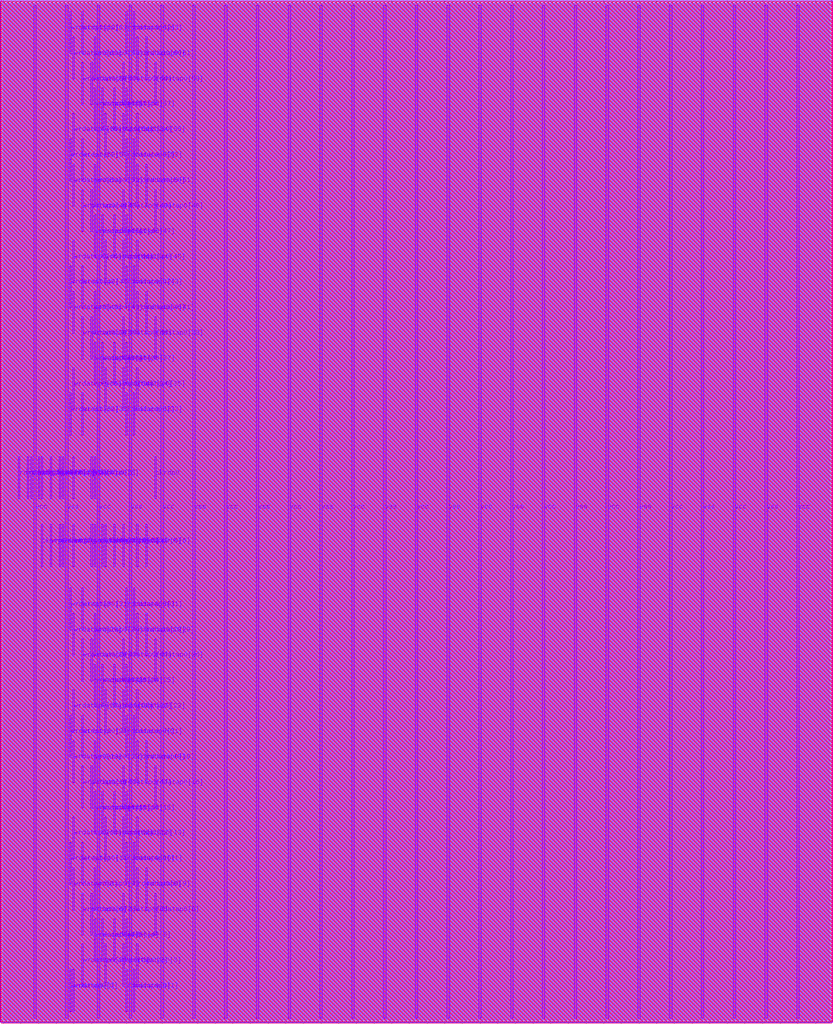
<source format=lef>
VERSION 5.8 ;
BUSBITCHARS "[]" ;
DIVIDERCHAR "/" ;

UNITS
  DATABASE MICRONS 4000 ;
END UNITS

MANUFACTURINGGRID 0.0005 ;

MACRO arf062b128e1r1w0cbbehsaa4acw
  CLASS BLOCK ;
  ORIGIN 0 0 ;
  FOREIGN arf062b128e1r1w0cbbehsaa4acw 0 0 ;
  SIZE 23.4 BY 28.8 ;
  PIN ckrdp0
    DIRECTION INPUT ;
    USE SIGNAL ;
    PORT
      LAYER m7 ;
        RECT 4.284 14.76 4.328 15.96 ;
    END
  END ckrdp0
  PIN ckwrp0
    DIRECTION INPUT ;
    USE SIGNAL ;
    PORT
      LAYER m7 ;
        RECT 1.072 12.84 1.116 14.04 ;
    END
  END ckwrp0
  PIN rdaddrp0[0]
    DIRECTION INPUT ;
    USE SIGNAL ;
    PORT
      LAYER m7 ;
        RECT 1.072 14.76 1.116 15.96 ;
    END
  END rdaddrp0[0]
  PIN rdaddrp0[1]
    DIRECTION INPUT ;
    USE SIGNAL ;
    PORT
      LAYER m7 ;
        RECT 1.328 14.76 1.372 15.96 ;
    END
  END rdaddrp0[1]
  PIN rdaddrp0[2]
    DIRECTION INPUT ;
    USE SIGNAL ;
    PORT
      LAYER m7 ;
        RECT 1.584 14.76 1.628 15.96 ;
    END
  END rdaddrp0[2]
  PIN rdaddrp0[3]
    DIRECTION INPUT ;
    USE SIGNAL ;
    PORT
      LAYER m7 ;
        RECT 1.672 14.76 1.716 15.96 ;
    END
  END rdaddrp0[3]
  PIN rdaddrp0[4]
    DIRECTION INPUT ;
    USE SIGNAL ;
    PORT
      LAYER m7 ;
        RECT 1.972 14.76 2.016 15.96 ;
    END
  END rdaddrp0[4]
  PIN rdaddrp0[5]
    DIRECTION INPUT ;
    USE SIGNAL ;
    PORT
      LAYER m7 ;
        RECT 2.484 14.76 2.528 15.96 ;
    END
  END rdaddrp0[5]
  PIN rdaddrp0[6]
    DIRECTION INPUT ;
    USE SIGNAL ;
    PORT
      LAYER m7 ;
        RECT 2.572 14.76 2.616 15.96 ;
    END
  END rdaddrp0[6]
  PIN rdaddrp0_fd
    DIRECTION INPUT ;
    USE SIGNAL ;
    PORT
      LAYER m7 ;
        RECT 0.428 14.76 0.472 15.96 ;
    END
  END rdaddrp0_fd
  PIN rdaddrp0_rd
    DIRECTION INPUT ;
    USE SIGNAL ;
    PORT
      LAYER m7 ;
        RECT 0.684 14.76 0.728 15.96 ;
    END
  END rdaddrp0_rd
  PIN rddatap0[0]
    DIRECTION OUTPUT ;
    USE SIGNAL ;
    PORT
      LAYER m7 ;
        RECT 3.472 0.24 3.516 1.44 ;
    END
  END rddatap0[0]
  PIN rddatap0[10]
    DIRECTION OUTPUT ;
    USE SIGNAL ;
    PORT
      LAYER m7 ;
        RECT 3.472 3.84 3.516 5.04 ;
    END
  END rddatap0[10]
  PIN rddatap0[11]
    DIRECTION OUTPUT ;
    USE SIGNAL ;
    PORT
      LAYER m7 ;
        RECT 3.684 3.84 3.728 5.04 ;
    END
  END rddatap0[11]
  PIN rddatap0[12]
    DIRECTION OUTPUT ;
    USE SIGNAL ;
    PORT
      LAYER m7 ;
        RECT 3.384 4.56 3.428 5.76 ;
    END
  END rddatap0[12]
  PIN rddatap0[13]
    DIRECTION OUTPUT ;
    USE SIGNAL ;
    PORT
      LAYER m7 ;
        RECT 3.772 4.56 3.816 5.76 ;
    END
  END rddatap0[13]
  PIN rddatap0[14]
    DIRECTION OUTPUT ;
    USE SIGNAL ;
    PORT
      LAYER m7 ;
        RECT 3.128 5.28 3.172 6.48 ;
    END
  END rddatap0[14]
  PIN rddatap0[15]
    DIRECTION OUTPUT ;
    USE SIGNAL ;
    PORT
      LAYER m7 ;
        RECT 3.472 5.28 3.516 6.48 ;
    END
  END rddatap0[15]
  PIN rddatap0[16]
    DIRECTION OUTPUT ;
    USE SIGNAL ;
    PORT
      LAYER m7 ;
        RECT 4.284 6 4.328 7.2 ;
    END
  END rddatap0[16]
  PIN rddatap0[17]
    DIRECTION OUTPUT ;
    USE SIGNAL ;
    PORT
      LAYER m7 ;
        RECT 3.384 6 3.428 7.2 ;
    END
  END rddatap0[17]
  PIN rddatap0[18]
    DIRECTION OUTPUT ;
    USE SIGNAL ;
    PORT
      LAYER m7 ;
        RECT 3.772 6.72 3.816 7.92 ;
    END
  END rddatap0[18]
  PIN rddatap0[19]
    DIRECTION OUTPUT ;
    USE SIGNAL ;
    PORT
      LAYER m7 ;
        RECT 4.028 6.72 4.072 7.92 ;
    END
  END rddatap0[19]
  PIN rddatap0[1]
    DIRECTION OUTPUT ;
    USE SIGNAL ;
    PORT
      LAYER m7 ;
        RECT 3.684 0.24 3.728 1.44 ;
    END
  END rddatap0[1]
  PIN rddatap0[20]
    DIRECTION OUTPUT ;
    USE SIGNAL ;
    PORT
      LAYER m7 ;
        RECT 3.472 7.44 3.516 8.64 ;
    END
  END rddatap0[20]
  PIN rddatap0[21]
    DIRECTION OUTPUT ;
    USE SIGNAL ;
    PORT
      LAYER m7 ;
        RECT 3.684 7.44 3.728 8.64 ;
    END
  END rddatap0[21]
  PIN rddatap0[22]
    DIRECTION OUTPUT ;
    USE SIGNAL ;
    PORT
      LAYER m7 ;
        RECT 3.384 8.16 3.428 9.36 ;
    END
  END rddatap0[22]
  PIN rddatap0[23]
    DIRECTION OUTPUT ;
    USE SIGNAL ;
    PORT
      LAYER m7 ;
        RECT 3.772 8.16 3.816 9.36 ;
    END
  END rddatap0[23]
  PIN rddatap0[24]
    DIRECTION OUTPUT ;
    USE SIGNAL ;
    PORT
      LAYER m7 ;
        RECT 3.128 8.88 3.172 10.08 ;
    END
  END rddatap0[24]
  PIN rddatap0[25]
    DIRECTION OUTPUT ;
    USE SIGNAL ;
    PORT
      LAYER m7 ;
        RECT 3.472 8.88 3.516 10.08 ;
    END
  END rddatap0[25]
  PIN rddatap0[26]
    DIRECTION OUTPUT ;
    USE SIGNAL ;
    PORT
      LAYER m7 ;
        RECT 4.284 9.6 4.328 10.8 ;
    END
  END rddatap0[26]
  PIN rddatap0[27]
    DIRECTION OUTPUT ;
    USE SIGNAL ;
    PORT
      LAYER m7 ;
        RECT 3.384 9.6 3.428 10.8 ;
    END
  END rddatap0[27]
  PIN rddatap0[28]
    DIRECTION OUTPUT ;
    USE SIGNAL ;
    PORT
      LAYER m7 ;
        RECT 3.772 10.32 3.816 11.52 ;
    END
  END rddatap0[28]
  PIN rddatap0[29]
    DIRECTION OUTPUT ;
    USE SIGNAL ;
    PORT
      LAYER m7 ;
        RECT 4.028 10.32 4.072 11.52 ;
    END
  END rddatap0[29]
  PIN rddatap0[2]
    DIRECTION OUTPUT ;
    USE SIGNAL ;
    PORT
      LAYER m7 ;
        RECT 3.384 0.96 3.428 2.16 ;
    END
  END rddatap0[2]
  PIN rddatap0[30]
    DIRECTION OUTPUT ;
    USE SIGNAL ;
    PORT
      LAYER m7 ;
        RECT 3.472 11.04 3.516 12.24 ;
    END
  END rddatap0[30]
  PIN rddatap0[31]
    DIRECTION OUTPUT ;
    USE SIGNAL ;
    PORT
      LAYER m7 ;
        RECT 3.684 11.04 3.728 12.24 ;
    END
  END rddatap0[31]
  PIN rddatap0[32]
    DIRECTION OUTPUT ;
    USE SIGNAL ;
    PORT
      LAYER m7 ;
        RECT 3.472 16.56 3.516 17.76 ;
    END
  END rddatap0[32]
  PIN rddatap0[33]
    DIRECTION OUTPUT ;
    USE SIGNAL ;
    PORT
      LAYER m7 ;
        RECT 3.684 16.56 3.728 17.76 ;
    END
  END rddatap0[33]
  PIN rddatap0[34]
    DIRECTION OUTPUT ;
    USE SIGNAL ;
    PORT
      LAYER m7 ;
        RECT 3.384 17.28 3.428 18.48 ;
    END
  END rddatap0[34]
  PIN rddatap0[35]
    DIRECTION OUTPUT ;
    USE SIGNAL ;
    PORT
      LAYER m7 ;
        RECT 3.772 17.28 3.816 18.48 ;
    END
  END rddatap0[35]
  PIN rddatap0[36]
    DIRECTION OUTPUT ;
    USE SIGNAL ;
    PORT
      LAYER m7 ;
        RECT 3.128 18 3.172 19.2 ;
    END
  END rddatap0[36]
  PIN rddatap0[37]
    DIRECTION OUTPUT ;
    USE SIGNAL ;
    PORT
      LAYER m7 ;
        RECT 3.472 18 3.516 19.2 ;
    END
  END rddatap0[37]
  PIN rddatap0[38]
    DIRECTION OUTPUT ;
    USE SIGNAL ;
    PORT
      LAYER m7 ;
        RECT 4.284 18.72 4.328 19.92 ;
    END
  END rddatap0[38]
  PIN rddatap0[39]
    DIRECTION OUTPUT ;
    USE SIGNAL ;
    PORT
      LAYER m7 ;
        RECT 3.384 18.72 3.428 19.92 ;
    END
  END rddatap0[39]
  PIN rddatap0[3]
    DIRECTION OUTPUT ;
    USE SIGNAL ;
    PORT
      LAYER m7 ;
        RECT 3.772 0.96 3.816 2.16 ;
    END
  END rddatap0[3]
  PIN rddatap0[40]
    DIRECTION OUTPUT ;
    USE SIGNAL ;
    PORT
      LAYER m7 ;
        RECT 3.772 19.44 3.816 20.64 ;
    END
  END rddatap0[40]
  PIN rddatap0[41]
    DIRECTION OUTPUT ;
    USE SIGNAL ;
    PORT
      LAYER m7 ;
        RECT 4.028 19.44 4.072 20.64 ;
    END
  END rddatap0[41]
  PIN rddatap0[42]
    DIRECTION OUTPUT ;
    USE SIGNAL ;
    PORT
      LAYER m7 ;
        RECT 3.472 20.16 3.516 21.36 ;
    END
  END rddatap0[42]
  PIN rddatap0[43]
    DIRECTION OUTPUT ;
    USE SIGNAL ;
    PORT
      LAYER m7 ;
        RECT 3.684 20.16 3.728 21.36 ;
    END
  END rddatap0[43]
  PIN rddatap0[44]
    DIRECTION OUTPUT ;
    USE SIGNAL ;
    PORT
      LAYER m7 ;
        RECT 3.384 20.88 3.428 22.08 ;
    END
  END rddatap0[44]
  PIN rddatap0[45]
    DIRECTION OUTPUT ;
    USE SIGNAL ;
    PORT
      LAYER m7 ;
        RECT 3.772 20.88 3.816 22.08 ;
    END
  END rddatap0[45]
  PIN rddatap0[46]
    DIRECTION OUTPUT ;
    USE SIGNAL ;
    PORT
      LAYER m7 ;
        RECT 3.128 21.6 3.172 22.8 ;
    END
  END rddatap0[46]
  PIN rddatap0[47]
    DIRECTION OUTPUT ;
    USE SIGNAL ;
    PORT
      LAYER m7 ;
        RECT 3.472 21.6 3.516 22.8 ;
    END
  END rddatap0[47]
  PIN rddatap0[48]
    DIRECTION OUTPUT ;
    USE SIGNAL ;
    PORT
      LAYER m7 ;
        RECT 4.284 22.32 4.328 23.52 ;
    END
  END rddatap0[48]
  PIN rddatap0[49]
    DIRECTION OUTPUT ;
    USE SIGNAL ;
    PORT
      LAYER m7 ;
        RECT 3.384 22.32 3.428 23.52 ;
    END
  END rddatap0[49]
  PIN rddatap0[4]
    DIRECTION OUTPUT ;
    USE SIGNAL ;
    PORT
      LAYER m7 ;
        RECT 3.128 1.68 3.172 2.88 ;
    END
  END rddatap0[4]
  PIN rddatap0[50]
    DIRECTION OUTPUT ;
    USE SIGNAL ;
    PORT
      LAYER m7 ;
        RECT 3.772 23.04 3.816 24.24 ;
    END
  END rddatap0[50]
  PIN rddatap0[51]
    DIRECTION OUTPUT ;
    USE SIGNAL ;
    PORT
      LAYER m7 ;
        RECT 4.028 23.04 4.072 24.24 ;
    END
  END rddatap0[51]
  PIN rddatap0[52]
    DIRECTION OUTPUT ;
    USE SIGNAL ;
    PORT
      LAYER m7 ;
        RECT 3.472 23.76 3.516 24.96 ;
    END
  END rddatap0[52]
  PIN rddatap0[53]
    DIRECTION OUTPUT ;
    USE SIGNAL ;
    PORT
      LAYER m7 ;
        RECT 3.684 23.76 3.728 24.96 ;
    END
  END rddatap0[53]
  PIN rddatap0[54]
    DIRECTION OUTPUT ;
    USE SIGNAL ;
    PORT
      LAYER m7 ;
        RECT 3.384 24.48 3.428 25.68 ;
    END
  END rddatap0[54]
  PIN rddatap0[55]
    DIRECTION OUTPUT ;
    USE SIGNAL ;
    PORT
      LAYER m7 ;
        RECT 3.772 24.48 3.816 25.68 ;
    END
  END rddatap0[55]
  PIN rddatap0[56]
    DIRECTION OUTPUT ;
    USE SIGNAL ;
    PORT
      LAYER m7 ;
        RECT 3.128 25.2 3.172 26.4 ;
    END
  END rddatap0[56]
  PIN rddatap0[57]
    DIRECTION OUTPUT ;
    USE SIGNAL ;
    PORT
      LAYER m7 ;
        RECT 3.472 25.2 3.516 26.4 ;
    END
  END rddatap0[57]
  PIN rddatap0[58]
    DIRECTION OUTPUT ;
    USE SIGNAL ;
    PORT
      LAYER m7 ;
        RECT 4.284 25.92 4.328 27.12 ;
    END
  END rddatap0[58]
  PIN rddatap0[59]
    DIRECTION OUTPUT ;
    USE SIGNAL ;
    PORT
      LAYER m7 ;
        RECT 3.384 25.92 3.428 27.12 ;
    END
  END rddatap0[59]
  PIN rddatap0[5]
    DIRECTION OUTPUT ;
    USE SIGNAL ;
    PORT
      LAYER m7 ;
        RECT 3.472 1.68 3.516 2.88 ;
    END
  END rddatap0[5]
  PIN rddatap0[60]
    DIRECTION OUTPUT ;
    USE SIGNAL ;
    PORT
      LAYER m7 ;
        RECT 3.772 26.64 3.816 27.84 ;
    END
  END rddatap0[60]
  PIN rddatap0[61]
    DIRECTION OUTPUT ;
    USE SIGNAL ;
    PORT
      LAYER m7 ;
        RECT 4.028 26.64 4.072 27.84 ;
    END
  END rddatap0[61]
  PIN rddatap0[62]
    DIRECTION OUTPUT ;
    USE SIGNAL ;
    PORT
      LAYER m7 ;
        RECT 3.472 27.36 3.516 28.56 ;
    END
  END rddatap0[62]
  PIN rddatap0[63]
    DIRECTION OUTPUT ;
    USE SIGNAL ;
    PORT
      LAYER m7 ;
        RECT 3.684 27.36 3.728 28.56 ;
    END
  END rddatap0[63]
  PIN rddatap0[6]
    DIRECTION OUTPUT ;
    USE SIGNAL ;
    PORT
      LAYER m7 ;
        RECT 4.284 2.4 4.328 3.6 ;
    END
  END rddatap0[6]
  PIN rddatap0[7]
    DIRECTION OUTPUT ;
    USE SIGNAL ;
    PORT
      LAYER m7 ;
        RECT 3.384 2.4 3.428 3.6 ;
    END
  END rddatap0[7]
  PIN rddatap0[8]
    DIRECTION OUTPUT ;
    USE SIGNAL ;
    PORT
      LAYER m7 ;
        RECT 3.772 3.12 3.816 4.32 ;
    END
  END rddatap0[8]
  PIN rddatap0[9]
    DIRECTION OUTPUT ;
    USE SIGNAL ;
    PORT
      LAYER m7 ;
        RECT 4.028 3.12 4.072 4.32 ;
    END
  END rddatap0[9]
  PIN rdenp0
    DIRECTION INPUT ;
    USE SIGNAL ;
    PORT
      LAYER m7 ;
        RECT 0.772 14.76 0.816 15.96 ;
    END
  END rdenp0
  PIN sdl_initp0
    DIRECTION INPUT ;
    USE SIGNAL ;
    PORT
      LAYER m7 ;
        RECT 0.984 14.76 1.028 15.96 ;
    END
  END sdl_initp0
  PIN vcc
    DIRECTION INPUT ;
    USE POWER ;
    PORT
      LAYER m7 ;
        RECT 22.462 0.06 22.538 28.74 ;
    END
    PORT
      LAYER m7 ;
        RECT 20.662 0.06 20.738 28.74 ;
    END
    PORT
      LAYER m7 ;
        RECT 18.862 0.06 18.938 28.74 ;
    END
    PORT
      LAYER m7 ;
        RECT 17.062 0.06 17.138 28.74 ;
    END
    PORT
      LAYER m7 ;
        RECT 15.262 0.06 15.338 28.74 ;
    END
    PORT
      LAYER m7 ;
        RECT 13.462 0.06 13.538 28.74 ;
    END
    PORT
      LAYER m7 ;
        RECT 11.662 0.06 11.738 28.74 ;
    END
    PORT
      LAYER m7 ;
        RECT 9.862 0.06 9.938 28.74 ;
    END
    PORT
      LAYER m7 ;
        RECT 8.062 0.06 8.138 28.74 ;
    END
    PORT
      LAYER m7 ;
        RECT 6.262 0.06 6.338 28.74 ;
    END
    PORT
      LAYER m7 ;
        RECT 4.462 0.06 4.538 28.74 ;
    END
    PORT
      LAYER m7 ;
        RECT 2.662 0.06 2.738 28.74 ;
    END
    PORT
      LAYER m7 ;
        RECT 0.862 0.06 0.938 28.74 ;
    END
  END vcc
  PIN vss
    DIRECTION INOUT ;
    USE GROUND ;
    PORT
      LAYER m7 ;
        RECT 21.562 0.06 21.638 28.74 ;
    END
    PORT
      LAYER m7 ;
        RECT 19.762 0.06 19.838 28.74 ;
    END
    PORT
      LAYER m7 ;
        RECT 17.962 0.06 18.038 28.74 ;
    END
    PORT
      LAYER m7 ;
        RECT 16.162 0.06 16.238 28.74 ;
    END
    PORT
      LAYER m7 ;
        RECT 14.362 0.06 14.438 28.74 ;
    END
    PORT
      LAYER m7 ;
        RECT 12.562 0.06 12.638 28.74 ;
    END
    PORT
      LAYER m7 ;
        RECT 10.762 0.06 10.838 28.74 ;
    END
    PORT
      LAYER m7 ;
        RECT 8.962 0.06 9.038 28.74 ;
    END
    PORT
      LAYER m7 ;
        RECT 7.162 0.06 7.238 28.74 ;
    END
    PORT
      LAYER m7 ;
        RECT 5.362 0.06 5.438 28.74 ;
    END
    PORT
      LAYER m7 ;
        RECT 3.562 0.06 3.638 28.74 ;
    END
    PORT
      LAYER m7 ;
        RECT 1.762 0.06 1.838 28.74 ;
    END
  END vss
  PIN wraddrp0[0]
    DIRECTION INPUT ;
    USE SIGNAL ;
    PORT
      LAYER m7 ;
        RECT 2.572 12.84 2.616 14.04 ;
    END
  END wraddrp0[0]
  PIN wraddrp0[1]
    DIRECTION INPUT ;
    USE SIGNAL ;
    PORT
      LAYER m7 ;
        RECT 2.784 12.84 2.828 14.04 ;
    END
  END wraddrp0[1]
  PIN wraddrp0[2]
    DIRECTION INPUT ;
    USE SIGNAL ;
    PORT
      LAYER m7 ;
        RECT 2.872 12.84 2.916 14.04 ;
    END
  END wraddrp0[2]
  PIN wraddrp0[3]
    DIRECTION INPUT ;
    USE SIGNAL ;
    PORT
      LAYER m7 ;
        RECT 3.128 12.84 3.172 14.04 ;
    END
  END wraddrp0[3]
  PIN wraddrp0[4]
    DIRECTION INPUT ;
    USE SIGNAL ;
    PORT
      LAYER m7 ;
        RECT 3.384 12.84 3.428 14.04 ;
    END
  END wraddrp0[4]
  PIN wraddrp0[5]
    DIRECTION INPUT ;
    USE SIGNAL ;
    PORT
      LAYER m7 ;
        RECT 3.772 12.84 3.816 14.04 ;
    END
  END wraddrp0[5]
  PIN wraddrp0[6]
    DIRECTION INPUT ;
    USE SIGNAL ;
    PORT
      LAYER m7 ;
        RECT 4.028 12.84 4.072 14.04 ;
    END
  END wraddrp0[6]
  PIN wraddrp0_fd
    DIRECTION INPUT ;
    USE SIGNAL ;
    PORT
      LAYER m7 ;
        RECT 1.328 12.84 1.372 14.04 ;
    END
  END wraddrp0_fd
  PIN wraddrp0_rd
    DIRECTION INPUT ;
    USE SIGNAL ;
    PORT
      LAYER m7 ;
        RECT 1.584 12.84 1.628 14.04 ;
    END
  END wraddrp0_rd
  PIN wrdatap0[0]
    DIRECTION INPUT ;
    USE SIGNAL ;
    PORT
      LAYER m7 ;
        RECT 1.884 0.24 1.928 1.44 ;
    END
  END wrdatap0[0]
  PIN wrdatap0[10]
    DIRECTION INPUT ;
    USE SIGNAL ;
    PORT
      LAYER m7 ;
        RECT 1.884 3.84 1.928 5.04 ;
    END
  END wrdatap0[10]
  PIN wrdatap0[11]
    DIRECTION INPUT ;
    USE SIGNAL ;
    PORT
      LAYER m7 ;
        RECT 2.228 3.84 2.272 5.04 ;
    END
  END wrdatap0[11]
  PIN wrdatap0[12]
    DIRECTION INPUT ;
    USE SIGNAL ;
    PORT
      LAYER m7 ;
        RECT 2.872 4.56 2.916 5.76 ;
    END
  END wrdatap0[12]
  PIN wrdatap0[13]
    DIRECTION INPUT ;
    USE SIGNAL ;
    PORT
      LAYER m7 ;
        RECT 1.972 4.56 2.016 5.76 ;
    END
  END wrdatap0[13]
  PIN wrdatap0[14]
    DIRECTION INPUT ;
    USE SIGNAL ;
    PORT
      LAYER m7 ;
        RECT 2.572 5.28 2.616 6.48 ;
    END
  END wrdatap0[14]
  PIN wrdatap0[15]
    DIRECTION INPUT ;
    USE SIGNAL ;
    PORT
      LAYER m7 ;
        RECT 2.784 5.28 2.828 6.48 ;
    END
  END wrdatap0[15]
  PIN wrdatap0[16]
    DIRECTION INPUT ;
    USE SIGNAL ;
    PORT
      LAYER m7 ;
        RECT 2.228 6 2.272 7.2 ;
    END
  END wrdatap0[16]
  PIN wrdatap0[17]
    DIRECTION INPUT ;
    USE SIGNAL ;
    PORT
      LAYER m7 ;
        RECT 2.484 6 2.528 7.2 ;
    END
  END wrdatap0[17]
  PIN wrdatap0[18]
    DIRECTION INPUT ;
    USE SIGNAL ;
    PORT
      LAYER m7 ;
        RECT 1.972 6.72 2.016 7.92 ;
    END
  END wrdatap0[18]
  PIN wrdatap0[19]
    DIRECTION INPUT ;
    USE SIGNAL ;
    PORT
      LAYER m7 ;
        RECT 2.572 6.72 2.616 7.92 ;
    END
  END wrdatap0[19]
  PIN wrdatap0[1]
    DIRECTION INPUT ;
    USE SIGNAL ;
    PORT
      LAYER m7 ;
        RECT 1.972 0.24 2.016 1.44 ;
    END
  END wrdatap0[1]
  PIN wrdatap0[20]
    DIRECTION INPUT ;
    USE SIGNAL ;
    PORT
      LAYER m7 ;
        RECT 1.884 7.44 1.928 8.64 ;
    END
  END wrdatap0[20]
  PIN wrdatap0[21]
    DIRECTION INPUT ;
    USE SIGNAL ;
    PORT
      LAYER m7 ;
        RECT 2.228 7.44 2.272 8.64 ;
    END
  END wrdatap0[21]
  PIN wrdatap0[22]
    DIRECTION INPUT ;
    USE SIGNAL ;
    PORT
      LAYER m7 ;
        RECT 2.872 8.16 2.916 9.36 ;
    END
  END wrdatap0[22]
  PIN wrdatap0[23]
    DIRECTION INPUT ;
    USE SIGNAL ;
    PORT
      LAYER m7 ;
        RECT 1.972 8.16 2.016 9.36 ;
    END
  END wrdatap0[23]
  PIN wrdatap0[24]
    DIRECTION INPUT ;
    USE SIGNAL ;
    PORT
      LAYER m7 ;
        RECT 2.572 8.88 2.616 10.08 ;
    END
  END wrdatap0[24]
  PIN wrdatap0[25]
    DIRECTION INPUT ;
    USE SIGNAL ;
    PORT
      LAYER m7 ;
        RECT 2.784 8.88 2.828 10.08 ;
    END
  END wrdatap0[25]
  PIN wrdatap0[26]
    DIRECTION INPUT ;
    USE SIGNAL ;
    PORT
      LAYER m7 ;
        RECT 2.228 9.6 2.272 10.8 ;
    END
  END wrdatap0[26]
  PIN wrdatap0[27]
    DIRECTION INPUT ;
    USE SIGNAL ;
    PORT
      LAYER m7 ;
        RECT 2.484 9.6 2.528 10.8 ;
    END
  END wrdatap0[27]
  PIN wrdatap0[28]
    DIRECTION INPUT ;
    USE SIGNAL ;
    PORT
      LAYER m7 ;
        RECT 1.972 10.32 2.016 11.52 ;
    END
  END wrdatap0[28]
  PIN wrdatap0[29]
    DIRECTION INPUT ;
    USE SIGNAL ;
    PORT
      LAYER m7 ;
        RECT 2.572 10.32 2.616 11.52 ;
    END
  END wrdatap0[29]
  PIN wrdatap0[2]
    DIRECTION INPUT ;
    USE SIGNAL ;
    PORT
      LAYER m7 ;
        RECT 2.872 0.96 2.916 2.16 ;
    END
  END wrdatap0[2]
  PIN wrdatap0[30]
    DIRECTION INPUT ;
    USE SIGNAL ;
    PORT
      LAYER m7 ;
        RECT 1.884 11.04 1.928 12.24 ;
    END
  END wrdatap0[30]
  PIN wrdatap0[31]
    DIRECTION INPUT ;
    USE SIGNAL ;
    PORT
      LAYER m7 ;
        RECT 2.228 11.04 2.272 12.24 ;
    END
  END wrdatap0[31]
  PIN wrdatap0[32]
    DIRECTION INPUT ;
    USE SIGNAL ;
    PORT
      LAYER m7 ;
        RECT 1.884 16.56 1.928 17.76 ;
    END
  END wrdatap0[32]
  PIN wrdatap0[33]
    DIRECTION INPUT ;
    USE SIGNAL ;
    PORT
      LAYER m7 ;
        RECT 2.228 16.56 2.272 17.76 ;
    END
  END wrdatap0[33]
  PIN wrdatap0[34]
    DIRECTION INPUT ;
    USE SIGNAL ;
    PORT
      LAYER m7 ;
        RECT 2.872 17.28 2.916 18.48 ;
    END
  END wrdatap0[34]
  PIN wrdatap0[35]
    DIRECTION INPUT ;
    USE SIGNAL ;
    PORT
      LAYER m7 ;
        RECT 1.972 17.28 2.016 18.48 ;
    END
  END wrdatap0[35]
  PIN wrdatap0[36]
    DIRECTION INPUT ;
    USE SIGNAL ;
    PORT
      LAYER m7 ;
        RECT 2.572 18 2.616 19.2 ;
    END
  END wrdatap0[36]
  PIN wrdatap0[37]
    DIRECTION INPUT ;
    USE SIGNAL ;
    PORT
      LAYER m7 ;
        RECT 2.784 18 2.828 19.2 ;
    END
  END wrdatap0[37]
  PIN wrdatap0[38]
    DIRECTION INPUT ;
    USE SIGNAL ;
    PORT
      LAYER m7 ;
        RECT 2.228 18.72 2.272 19.92 ;
    END
  END wrdatap0[38]
  PIN wrdatap0[39]
    DIRECTION INPUT ;
    USE SIGNAL ;
    PORT
      LAYER m7 ;
        RECT 2.484 18.72 2.528 19.92 ;
    END
  END wrdatap0[39]
  PIN wrdatap0[3]
    DIRECTION INPUT ;
    USE SIGNAL ;
    PORT
      LAYER m7 ;
        RECT 2.228 0.96 2.272 2.16 ;
    END
  END wrdatap0[3]
  PIN wrdatap0[40]
    DIRECTION INPUT ;
    USE SIGNAL ;
    PORT
      LAYER m7 ;
        RECT 1.972 19.44 2.016 20.64 ;
    END
  END wrdatap0[40]
  PIN wrdatap0[41]
    DIRECTION INPUT ;
    USE SIGNAL ;
    PORT
      LAYER m7 ;
        RECT 2.572 19.44 2.616 20.64 ;
    END
  END wrdatap0[41]
  PIN wrdatap0[42]
    DIRECTION INPUT ;
    USE SIGNAL ;
    PORT
      LAYER m7 ;
        RECT 1.884 20.16 1.928 21.36 ;
    END
  END wrdatap0[42]
  PIN wrdatap0[43]
    DIRECTION INPUT ;
    USE SIGNAL ;
    PORT
      LAYER m7 ;
        RECT 2.228 20.16 2.272 21.36 ;
    END
  END wrdatap0[43]
  PIN wrdatap0[44]
    DIRECTION INPUT ;
    USE SIGNAL ;
    PORT
      LAYER m7 ;
        RECT 2.872 20.88 2.916 22.08 ;
    END
  END wrdatap0[44]
  PIN wrdatap0[45]
    DIRECTION INPUT ;
    USE SIGNAL ;
    PORT
      LAYER m7 ;
        RECT 1.972 20.88 2.016 22.08 ;
    END
  END wrdatap0[45]
  PIN wrdatap0[46]
    DIRECTION INPUT ;
    USE SIGNAL ;
    PORT
      LAYER m7 ;
        RECT 2.572 21.6 2.616 22.8 ;
    END
  END wrdatap0[46]
  PIN wrdatap0[47]
    DIRECTION INPUT ;
    USE SIGNAL ;
    PORT
      LAYER m7 ;
        RECT 2.784 21.6 2.828 22.8 ;
    END
  END wrdatap0[47]
  PIN wrdatap0[48]
    DIRECTION INPUT ;
    USE SIGNAL ;
    PORT
      LAYER m7 ;
        RECT 2.228 22.32 2.272 23.52 ;
    END
  END wrdatap0[48]
  PIN wrdatap0[49]
    DIRECTION INPUT ;
    USE SIGNAL ;
    PORT
      LAYER m7 ;
        RECT 2.484 22.32 2.528 23.52 ;
    END
  END wrdatap0[49]
  PIN wrdatap0[4]
    DIRECTION INPUT ;
    USE SIGNAL ;
    PORT
      LAYER m7 ;
        RECT 2.572 1.68 2.616 2.88 ;
    END
  END wrdatap0[4]
  PIN wrdatap0[50]
    DIRECTION INPUT ;
    USE SIGNAL ;
    PORT
      LAYER m7 ;
        RECT 1.972 23.04 2.016 24.24 ;
    END
  END wrdatap0[50]
  PIN wrdatap0[51]
    DIRECTION INPUT ;
    USE SIGNAL ;
    PORT
      LAYER m7 ;
        RECT 2.572 23.04 2.616 24.24 ;
    END
  END wrdatap0[51]
  PIN wrdatap0[52]
    DIRECTION INPUT ;
    USE SIGNAL ;
    PORT
      LAYER m7 ;
        RECT 1.884 23.76 1.928 24.96 ;
    END
  END wrdatap0[52]
  PIN wrdatap0[53]
    DIRECTION INPUT ;
    USE SIGNAL ;
    PORT
      LAYER m7 ;
        RECT 2.228 23.76 2.272 24.96 ;
    END
  END wrdatap0[53]
  PIN wrdatap0[54]
    DIRECTION INPUT ;
    USE SIGNAL ;
    PORT
      LAYER m7 ;
        RECT 2.872 24.48 2.916 25.68 ;
    END
  END wrdatap0[54]
  PIN wrdatap0[55]
    DIRECTION INPUT ;
    USE SIGNAL ;
    PORT
      LAYER m7 ;
        RECT 1.972 24.48 2.016 25.68 ;
    END
  END wrdatap0[55]
  PIN wrdatap0[56]
    DIRECTION INPUT ;
    USE SIGNAL ;
    PORT
      LAYER m7 ;
        RECT 2.572 25.2 2.616 26.4 ;
    END
  END wrdatap0[56]
  PIN wrdatap0[57]
    DIRECTION INPUT ;
    USE SIGNAL ;
    PORT
      LAYER m7 ;
        RECT 2.784 25.2 2.828 26.4 ;
    END
  END wrdatap0[57]
  PIN wrdatap0[58]
    DIRECTION INPUT ;
    USE SIGNAL ;
    PORT
      LAYER m7 ;
        RECT 2.228 25.92 2.272 27.12 ;
    END
  END wrdatap0[58]
  PIN wrdatap0[59]
    DIRECTION INPUT ;
    USE SIGNAL ;
    PORT
      LAYER m7 ;
        RECT 2.484 25.92 2.528 27.12 ;
    END
  END wrdatap0[59]
  PIN wrdatap0[5]
    DIRECTION INPUT ;
    USE SIGNAL ;
    PORT
      LAYER m7 ;
        RECT 2.784 1.68 2.828 2.88 ;
    END
  END wrdatap0[5]
  PIN wrdatap0[60]
    DIRECTION INPUT ;
    USE SIGNAL ;
    PORT
      LAYER m7 ;
        RECT 1.972 26.64 2.016 27.84 ;
    END
  END wrdatap0[60]
  PIN wrdatap0[61]
    DIRECTION INPUT ;
    USE SIGNAL ;
    PORT
      LAYER m7 ;
        RECT 2.572 26.64 2.616 27.84 ;
    END
  END wrdatap0[61]
  PIN wrdatap0[62]
    DIRECTION INPUT ;
    USE SIGNAL ;
    PORT
      LAYER m7 ;
        RECT 1.884 27.36 1.928 28.56 ;
    END
  END wrdatap0[62]
  PIN wrdatap0[63]
    DIRECTION INPUT ;
    USE SIGNAL ;
    PORT
      LAYER m7 ;
        RECT 2.228 27.36 2.272 28.56 ;
    END
  END wrdatap0[63]
  PIN wrdatap0[6]
    DIRECTION INPUT ;
    USE SIGNAL ;
    PORT
      LAYER m7 ;
        RECT 2.228 2.4 2.272 3.6 ;
    END
  END wrdatap0[6]
  PIN wrdatap0[7]
    DIRECTION INPUT ;
    USE SIGNAL ;
    PORT
      LAYER m7 ;
        RECT 2.484 2.4 2.528 3.6 ;
    END
  END wrdatap0[7]
  PIN wrdatap0[8]
    DIRECTION INPUT ;
    USE SIGNAL ;
    PORT
      LAYER m7 ;
        RECT 1.972 3.12 2.016 4.32 ;
    END
  END wrdatap0[8]
  PIN wrdatap0[9]
    DIRECTION INPUT ;
    USE SIGNAL ;
    PORT
      LAYER m7 ;
        RECT 2.572 3.12 2.616 4.32 ;
    END
  END wrdatap0[9]
  PIN wrdatap0_fd
    DIRECTION INPUT ;
    USE SIGNAL ;
    PORT
      LAYER m7 ;
        RECT 1.972 12.84 2.016 14.04 ;
    END
  END wrdatap0_fd
  PIN wrdatap0_rd
    DIRECTION INPUT ;
    USE SIGNAL ;
    PORT
      LAYER m7 ;
        RECT 2.484 12.84 2.528 14.04 ;
    END
  END wrdatap0_rd
  PIN wrenp0
    DIRECTION INPUT ;
    USE SIGNAL ;
    PORT
      LAYER m7 ;
        RECT 1.672 12.84 1.716 14.04 ;
    END
  END wrenp0
  OBS
    LAYER m0 SPACING 0 ;
      RECT 0 0 23.4 28.8 ;
    LAYER m1 SPACING 0 ;
      RECT 0 0 23.4 28.8 ;
    LAYER m2 SPACING 0 ;
      RECT -0.0705 -0.038 23.4705 28.838 ;
    LAYER m3 SPACING 0 ;
      RECT -0.035 -0.07 23.435 28.87 ;
    LAYER m4 SPACING 0 ;
      RECT -0.07 -0.038 23.47 28.838 ;
    LAYER m5 SPACING 0 ;
      RECT -0.059 -0.09 23.459 28.89 ;
    LAYER m6 SPACING 0 ;
      RECT -0.09 -0.062 23.49 28.862 ;
    LAYER m7 SPACING 0 ;
      RECT -0.092 -0.06 23.492 28.86 ;
  END
END arf062b128e1r1w0cbbehsaa4acw
END LIBRARY

</source>
